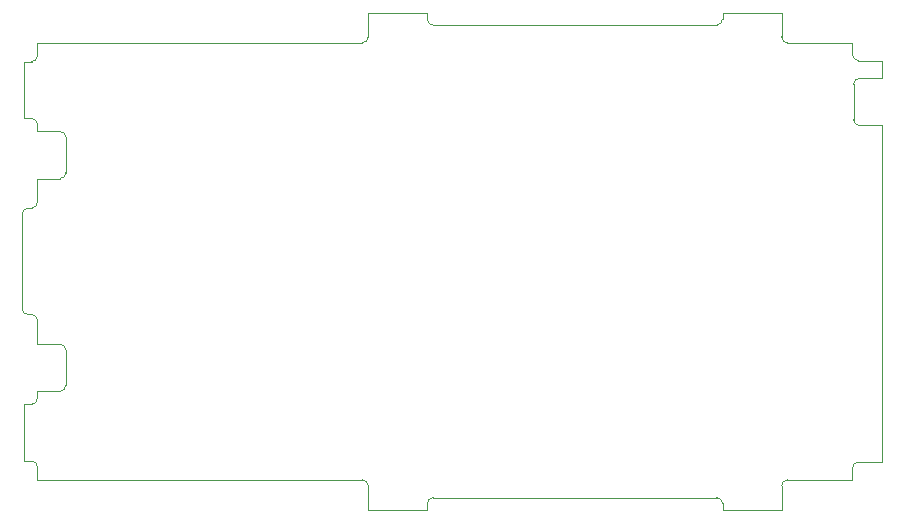
<source format=gko>
G04 Layer_Color=16711935*
%FSLAX44Y44*%
%MOMM*%
G71*
G01*
G75*
%ADD49C,0.1000*%
D49*
X707000Y155000D02*
G03*
X702000Y150000I0J-5000D01*
G01*
Y120000D02*
G03*
X707000Y115000I5000J0D01*
G01*
X3000Y45000D02*
G03*
X-2000Y40000I0J-5000D01*
G01*
Y-40000D02*
G03*
X3000Y-45000I5000J0D01*
G01*
X11000Y-50000D02*
G03*
X6000Y-45000I-5000J0D01*
G01*
Y-121000D02*
G03*
X11000Y-116000I0J5000D01*
G01*
Y-174000D02*
G03*
X6000Y-169000I-5000J0D01*
G01*
X291000Y-190000D02*
G03*
X286000Y-185000I-5000J0D01*
G01*
X346000Y-200000D02*
G03*
X341000Y-205000I0J-5000D01*
G01*
X591000D02*
G03*
X586000Y-200000I-5000J0D01*
G01*
X646000Y-185000D02*
G03*
X641000Y-190000I0J-5000D01*
G01*
X706000Y-170000D02*
G03*
X701000Y-175000I0J-5000D01*
G01*
Y175000D02*
G03*
X706000Y170000I5000J0D01*
G01*
X641000Y190000D02*
G03*
X646000Y185000I5000J0D01*
G01*
X586000Y200000D02*
G03*
X591000Y205000I0J5000D01*
G01*
X341000D02*
G03*
X346000Y200000I5000J0D01*
G01*
X286000Y185000D02*
G03*
X291000Y190000I0J5000D01*
G01*
X6000Y169000D02*
G03*
X11000Y174000I0J5000D01*
G01*
Y116000D02*
G03*
X6000Y121000I-5000J0D01*
G01*
Y45000D02*
G03*
X11000Y50000I0J5000D01*
G01*
X30000Y-110000D02*
G03*
X35000Y-105000I0J5000D01*
G01*
Y-75000D02*
G03*
X30000Y-70000I-5000J0D01*
G01*
Y70000D02*
G03*
X35000Y75000I0J5000D01*
G01*
Y105000D02*
G03*
X30000Y110000I-5000J0D01*
G01*
X726000Y155000D02*
Y170000D01*
X707000Y155000D02*
X726000D01*
X726000Y-170000D02*
Y115000D01*
X706000Y170000D02*
X726000D01*
X726000Y115000D02*
X726000D01*
X707000D02*
X726000D01*
X702000Y120000D02*
Y135000D01*
Y150000D01*
X346000Y-200000D02*
X586000D01*
X591000Y-210500D02*
Y-205000D01*
X641000Y-210500D02*
Y-190000D01*
X646000Y-185000D02*
X701000D01*
X706000Y-170000D02*
X726000D01*
X701000Y-185000D02*
Y-175000D01*
Y175000D02*
Y185000D01*
X641000Y190000D02*
Y210500D01*
X646000Y185000D02*
X701000D01*
X346000Y200000D02*
X586000D01*
X591000Y205000D02*
Y210500D01*
X341000Y205000D02*
Y210500D01*
X291000Y190000D02*
Y210500D01*
X11000Y185000D02*
X286000D01*
X341000Y-210500D02*
Y-205000D01*
X11000Y-185000D02*
X286000D01*
X291000Y-210500D02*
Y-190000D01*
X0Y-169000D02*
X6000D01*
X11000Y-185000D02*
Y-174000D01*
X0Y-121000D02*
X6000D01*
X3000Y-45000D02*
X6000D01*
X-2000Y-40000D02*
Y40000D01*
X3000Y45000D02*
X6000D01*
X0Y121000D02*
X6000D01*
X11000Y174000D02*
Y185000D01*
X0Y169000D02*
X6000D01*
X11000Y185000D02*
X144037D01*
X11000Y-185000D02*
X144037D01*
X0Y121000D02*
Y169000D01*
X291000Y210500D02*
X341000D01*
X591000D02*
X641000D01*
X0Y-169000D02*
Y-121000D01*
X291000Y-210500D02*
X341000D01*
X591000D02*
X641000D01*
X11000Y-70000D02*
X11000D01*
X11000D02*
Y-50000D01*
Y-116000D02*
X11000D01*
Y-110000D01*
Y-70000D02*
X30000D01*
X35000Y-90000D02*
Y-75000D01*
X11000Y-110000D02*
X30000D01*
X35000Y-105000D02*
Y-90000D01*
Y90000D02*
Y105000D01*
X11000Y110000D02*
X30000D01*
X35000Y75000D02*
Y90000D01*
X11000Y70000D02*
X30000D01*
X11000Y110000D02*
Y116000D01*
X11000D02*
X11000D01*
X11000Y50000D02*
Y70000D01*
X11000D01*
M02*

</source>
